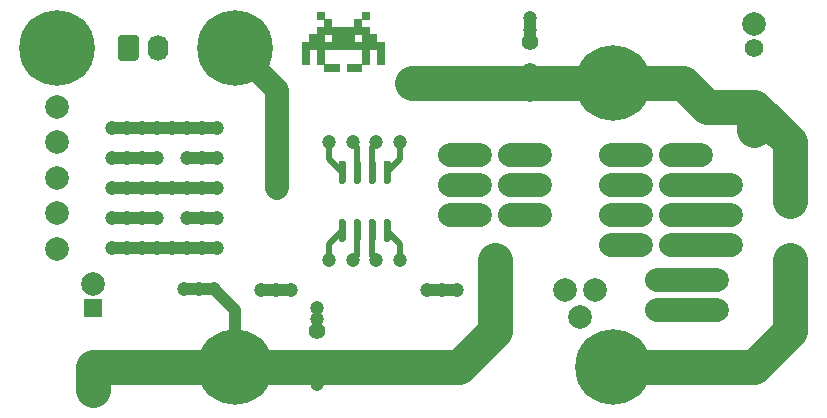
<source format=gbr>
%TF.GenerationSoftware,KiCad,Pcbnew,(5.1.9)-1*%
%TF.CreationDate,2021-06-06T22:36:32+02:00*%
%TF.ProjectId,Yarra_Experimenter,59617272-615f-4457-9870-6572696d656e,rev?*%
%TF.SameCoordinates,Original*%
%TF.FileFunction,Copper,L1,Top*%
%TF.FilePolarity,Positive*%
%FSLAX46Y46*%
G04 Gerber Fmt 4.6, Leading zero omitted, Abs format (unit mm)*
G04 Created by KiCad (PCBNEW (5.1.9)-1) date 2021-06-06 22:36:32*
%MOMM*%
%LPD*%
G01*
G04 APERTURE LIST*
%TA.AperFunction,ComponentPad*%
%ADD10C,1.200000*%
%TD*%
%TA.AperFunction,ComponentPad*%
%ADD11C,2.000000*%
%TD*%
%TA.AperFunction,SMDPad,CuDef*%
%ADD12R,0.635000X0.635000*%
%TD*%
%TA.AperFunction,ComponentPad*%
%ADD13C,1.400000*%
%TD*%
%TA.AperFunction,ComponentPad*%
%ADD14C,1.575000*%
%TD*%
%TA.AperFunction,ComponentPad*%
%ADD15R,1.575000X1.575000*%
%TD*%
%TA.AperFunction,ConnectorPad*%
%ADD16C,6.400000*%
%TD*%
%TA.AperFunction,ComponentPad*%
%ADD17C,3.600000*%
%TD*%
%TA.AperFunction,ComponentPad*%
%ADD18O,1.740000X2.190000*%
%TD*%
%TA.AperFunction,ViaPad*%
%ADD19C,0.500000*%
%TD*%
%TA.AperFunction,Conductor*%
%ADD20C,0.500000*%
%TD*%
%TA.AperFunction,Conductor*%
%ADD21C,1.000000*%
%TD*%
%TA.AperFunction,Conductor*%
%ADD22C,2.000000*%
%TD*%
%TA.AperFunction,Conductor*%
%ADD23C,3.000000*%
%TD*%
G04 APERTURE END LIST*
D10*
%TO.P,REF\u002A\u002A,1*%
%TO.N,GNDREF*%
X83790000Y-64500000D03*
%TD*%
%TO.P,REF\u002A\u002A,1*%
%TO.N,GNDREF*%
X82520000Y-64500000D03*
%TD*%
%TO.P,REF\u002A\u002A,1*%
%TO.N,GNDREF*%
X81250000Y-64500000D03*
%TD*%
%TO.P,REF\u002A\u002A,1*%
%TO.N,N/C*%
X71120000Y-53340000D03*
%TD*%
%TO.P,REF\u002A\u002A,1*%
%TO.N,N/C*%
X69850000Y-53340000D03*
%TD*%
%TO.P,REF\u002A\u002A,1*%
%TO.N,N/C*%
X68580000Y-53340000D03*
%TD*%
%TO.P,REF\u002A\u002A,1*%
%TO.N,N/C*%
X72390000Y-53340000D03*
%TD*%
%TO.P,REF\u002A\u002A,1*%
%TO.N,N/C*%
X76200000Y-53340000D03*
%TD*%
%TO.P,REF\u002A\u002A,1*%
%TO.N,N/C*%
X74930000Y-53340000D03*
%TD*%
%TO.P,REF\u002A\u002A,1*%
%TO.N,N/C*%
X77470000Y-53340000D03*
%TD*%
D11*
%TO.P,REF\u002A\u002A,1*%
%TO.N,GNDREF*%
X108204000Y-66802000D03*
%TD*%
D12*
%TO.P,REF\u002A\u002A,1*%
%TO.N,N/C*%
X86912500Y-45722500D03*
X87547500Y-45722500D03*
X88817500Y-45722500D03*
X89452500Y-45722500D03*
X90087500Y-45087500D03*
X90087500Y-44452500D03*
X86277500Y-45087500D03*
X86277500Y-44452500D03*
X85007500Y-45087500D03*
X85007500Y-44452500D03*
X91357500Y-45087500D03*
X91357500Y-44452500D03*
X91357500Y-43817500D03*
X90722500Y-43817500D03*
X90087500Y-43817500D03*
X89452500Y-43817500D03*
X88817500Y-43817500D03*
X88182500Y-43817500D03*
X87547500Y-43817500D03*
X86912500Y-43817500D03*
X86277500Y-43817500D03*
X85642500Y-43817500D03*
X85007500Y-43817500D03*
X86277500Y-41277500D03*
X90087500Y-41277500D03*
X89452500Y-41912500D03*
X86912500Y-41912500D03*
X90087500Y-42547500D03*
X89452500Y-42547500D03*
X88817500Y-42547500D03*
X88182500Y-42547500D03*
X87547500Y-42547500D03*
X86912500Y-42547500D03*
X86277500Y-42547500D03*
X85642500Y-43182500D03*
X86277500Y-43182500D03*
X90722500Y-43182500D03*
X90087500Y-43182500D03*
X87547500Y-43182500D03*
X88817500Y-43182500D03*
X88182500Y-43182500D03*
%TD*%
D10*
%TO.P,REF\u002A\u002A,1*%
%TO.N,Net-(C2-Pad1)*%
X77470000Y-60960000D03*
%TD*%
%TO.P,REF\u002A\u002A,1*%
%TO.N,Net-(C2-Pad1)*%
X76200000Y-60960000D03*
%TD*%
%TO.P,REF\u002A\u002A,1*%
%TO.N,Net-(C2-Pad1)*%
X74930000Y-60960000D03*
%TD*%
%TO.P,REF\u002A\u002A,1*%
%TO.N,Net-(C2-Pad1)*%
X73660000Y-60960000D03*
%TD*%
%TO.P,REF\u002A\u002A,1*%
%TO.N,Net-(C2-Pad1)*%
X72390000Y-60960000D03*
%TD*%
%TO.P,REF\u002A\u002A,1*%
%TO.N,Net-(C2-Pad1)*%
X71120000Y-60960000D03*
%TD*%
%TO.P,REF\u002A\u002A,1*%
%TO.N,Net-(C2-Pad1)*%
X69850000Y-60960000D03*
%TD*%
D11*
%TO.P,REF\u002A\u002A,1*%
%TO.N,Net-(C1-Pad2)*%
X91000000Y-71000000D03*
%TD*%
%TO.P,REF\u002A\u002A,1*%
%TO.N,N/C*%
X119856000Y-66167000D03*
%TD*%
%TO.P,REF\u002A\u002A,1*%
%TO.N,N/C*%
X119856000Y-63627000D03*
%TD*%
%TO.P,REF\u002A\u002A,1*%
%TO.N,N/C*%
X120999000Y-60706000D03*
%TD*%
%TO.P,REF\u002A\u002A,1*%
%TO.N,N/C*%
X120999000Y-55626000D03*
%TD*%
%TO.P,REF\u002A\u002A,1*%
%TO.N,N/C*%
X120999000Y-58166000D03*
%TD*%
%TO.P,REF\u002A\u002A,1*%
%TO.N,N/C*%
X114776000Y-66167000D03*
%TD*%
%TO.P,REF\u002A\u002A,1*%
%TO.N,N/C*%
X117316000Y-66167000D03*
%TD*%
%TO.P,REF\u002A\u002A,1*%
%TO.N,GNDREF*%
X109506000Y-64516000D03*
%TD*%
%TO.P,REF\u002A\u002A,1*%
%TO.N,N/C*%
X114776000Y-63627000D03*
%TD*%
%TO.P,REF\u002A\u002A,1*%
%TO.N,N/C*%
X117316000Y-63627000D03*
%TD*%
%TO.P,REF\u002A\u002A,1*%
%TO.N,N/C*%
X113379000Y-60706000D03*
%TD*%
%TO.P,REF\u002A\u002A,1*%
%TO.N,N/C*%
X115919000Y-60706000D03*
%TD*%
%TO.P,REF\u002A\u002A,1*%
%TO.N,N/C*%
X118459000Y-60706000D03*
%TD*%
%TO.P,REF\u002A\u002A,1*%
%TO.N,N/C*%
X113379000Y-58166000D03*
%TD*%
%TO.P,REF\u002A\u002A,1*%
%TO.N,N/C*%
X115919000Y-58166000D03*
%TD*%
%TO.P,REF\u002A\u002A,1*%
%TO.N,N/C*%
X118459000Y-58166000D03*
%TD*%
%TO.P,REF\u002A\u002A,1*%
%TO.N,N/C*%
X113379000Y-55626000D03*
%TD*%
%TO.P,REF\u002A\u002A,1*%
%TO.N,N/C*%
X115919000Y-55626000D03*
%TD*%
%TO.P,REF\u002A\u002A,1*%
%TO.N,N/C*%
X118459000Y-55626000D03*
%TD*%
%TO.P,REF\u002A\u002A,1*%
%TO.N,N/C*%
X104870000Y-53086000D03*
%TD*%
%TO.P,REF\u002A\u002A,1*%
%TO.N,N/C*%
X104870000Y-58166000D03*
%TD*%
%TO.P,REF\u002A\u002A,1*%
%TO.N,N/C*%
X104870000Y-55626000D03*
%TD*%
%TO.P,REF\u002A\u002A,1*%
%TO.N,N/C*%
X102330000Y-53086000D03*
%TD*%
%TO.P,REF\u002A\u002A,1*%
%TO.N,N/C*%
X102330000Y-58166000D03*
%TD*%
%TO.P,REF\u002A\u002A,1*%
%TO.N,N/C*%
X102330000Y-55626000D03*
%TD*%
%TO.P,REF\u002A\u002A,1*%
%TO.N,N/C*%
X99790000Y-53086000D03*
%TD*%
%TO.P,REF\u002A\u002A,1*%
%TO.N,N/C*%
X99790000Y-55626000D03*
%TD*%
%TO.P,REF\u002A\u002A,1*%
%TO.N,N/C*%
X99790000Y-58166000D03*
%TD*%
%TO.P,REF\u002A\u002A,1*%
%TO.N,N/C*%
X118459000Y-53086000D03*
%TD*%
%TO.P,REF\u002A\u002A,1*%
%TO.N,N/C*%
X115919000Y-53086000D03*
%TD*%
%TO.P,REF\u002A\u002A,1*%
%TO.N,N/C*%
X113379000Y-53086000D03*
%TD*%
%TO.P,REF\u002A\u002A,1*%
%TO.N,N/C*%
X110839000Y-53086000D03*
%TD*%
%TO.P,REF\u002A\u002A,1*%
%TO.N,GNDREF*%
X106966000Y-64516000D03*
%TD*%
%TO.P,REF\u002A\u002A,1*%
%TO.N,N/C*%
X110839000Y-60706000D03*
%TD*%
%TO.P,REF\u002A\u002A,1*%
%TO.N,N/C*%
X110839000Y-58166000D03*
%TD*%
%TO.P,REF\u002A\u002A,1*%
%TO.N,N/C*%
X110839000Y-55626000D03*
%TD*%
%TO.P,REF\u002A\u002A,1*%
%TO.N,N/C*%
X97250000Y-58166000D03*
%TD*%
%TO.P,REF\u002A\u002A,1*%
%TO.N,N/C*%
X97250000Y-55626000D03*
%TD*%
%TO.P,REF\u002A\u002A,1*%
%TO.N,N/C*%
X97250000Y-53086000D03*
%TD*%
D10*
%TO.P,REF\u002A\u002A,1*%
%TO.N,N/C*%
X77470000Y-58420000D03*
%TD*%
%TO.P,REF\u002A\u002A,1*%
%TO.N,N/C*%
X71120000Y-55880000D03*
%TD*%
%TO.P,REF\u002A\u002A,1*%
%TO.N,N/C*%
X71120000Y-50800000D03*
%TD*%
%TO.P,REF\u002A\u002A,1*%
%TO.N,N/C*%
X68580000Y-50800000D03*
%TD*%
%TO.P,REF\u002A\u002A,1*%
%TO.N,N/C*%
X68580000Y-50800000D03*
%TD*%
%TO.P,REF\u002A\u002A,1*%
%TO.N,N/C*%
X69850000Y-50800000D03*
%TD*%
%TO.P,REF\u002A\u002A,1*%
%TO.N,N/C*%
X69850000Y-50800000D03*
%TD*%
%TO.P,REF\u002A\u002A,1*%
%TO.N,N/C*%
X68580000Y-55880000D03*
%TD*%
%TO.P,REF\u002A\u002A,1*%
%TO.N,N/C*%
X68580000Y-55880000D03*
%TD*%
%TO.P,REF\u002A\u002A,1*%
%TO.N,N/C*%
X69850000Y-55880000D03*
%TD*%
%TO.P,REF\u002A\u002A,1*%
%TO.N,N/C*%
X69850000Y-55880000D03*
%TD*%
%TO.P,REF\u002A\u002A,1*%
%TO.N,Net-(C2-Pad1)*%
X68580000Y-60960000D03*
%TD*%
%TO.P,REF\u002A\u002A,1*%
%TO.N,GNDREF*%
X96520000Y-64500000D03*
%TD*%
%TO.P,REF\u002A\u002A,1*%
%TO.N,GNDREF*%
X97790000Y-64500000D03*
%TD*%
%TO.P,REF\u002A\u002A,1*%
%TO.N,GNDREF*%
X95250000Y-64500000D03*
%TD*%
%TO.P,REF\u002A\u002A,1*%
%TO.N,Net-(C1-Pad2)*%
X74680000Y-64460000D03*
%TD*%
%TO.P,REF\u002A\u002A,1*%
%TO.N,Net-(C1-Pad2)*%
X77220000Y-64460000D03*
%TD*%
%TO.P,REF\u002A\u002A,1*%
%TO.N,Net-(C1-Pad2)*%
X75950000Y-64460000D03*
%TD*%
%TO.P,REF\u002A\u002A,1*%
%TO.N,N/C*%
X68580000Y-58420000D03*
%TD*%
%TO.P,REF\u002A\u002A,1*%
%TO.N,N/C*%
X71120000Y-58420000D03*
%TD*%
%TO.P,REF\u002A\u002A,1*%
%TO.N,N/C*%
X69850000Y-58420000D03*
%TD*%
%TO.P,REF\u002A\u002A,1*%
%TO.N,N/C*%
X76200000Y-58420000D03*
%TD*%
%TO.P,REF\u002A\u002A,1*%
%TO.N,N/C*%
X74930000Y-58420000D03*
%TD*%
%TO.P,REF\u002A\u002A,1*%
%TO.N,N/C*%
X72390000Y-58420000D03*
%TD*%
%TO.P,REF\u002A\u002A,1*%
%TO.N,N/C*%
X77470000Y-50800000D03*
%TD*%
%TO.P,REF\u002A\u002A,1*%
%TO.N,N/C*%
X76200000Y-50800000D03*
%TD*%
%TO.P,REF\u002A\u002A,1*%
%TO.N,N/C*%
X73660000Y-50800000D03*
%TD*%
%TO.P,REF\u002A\u002A,1*%
%TO.N,N/C*%
X72390000Y-50800000D03*
%TD*%
%TO.P,REF\u002A\u002A,1*%
%TO.N,N/C*%
X74930000Y-50800000D03*
%TD*%
%TO.P,REF\u002A\u002A,1*%
%TO.N,Net-(H3-Pad1)*%
X82550000Y-55880000D03*
%TD*%
%TO.P,REF\u002A\u002A,1*%
%TO.N,Net-(H3-Pad1)*%
X82550000Y-50800000D03*
%TD*%
%TO.P,REF\u002A\u002A,1*%
%TO.N,Net-(H3-Pad1)*%
X82550000Y-53340000D03*
%TD*%
D11*
%TO.P,REF\u002A\u002A,1*%
%TO.N,Net-(C2-Pad1)*%
X100000000Y-47000000D03*
%TD*%
%TO.P,REF\u002A\u002A,1*%
%TO.N,Net-(C2-Pad1)*%
X97000000Y-47000000D03*
%TD*%
%TO.P,REF\u002A\u002A,1*%
%TO.N,Net-(C2-Pad1)*%
X94000000Y-47000000D03*
%TD*%
D10*
%TO.P,REF\u002A\u002A,1*%
%TO.N,N/C*%
X77470000Y-55880000D03*
%TD*%
%TO.P,REF\u002A\u002A,1*%
%TO.N,N/C*%
X76200000Y-55880000D03*
%TD*%
%TO.P,REF\u002A\u002A,1*%
%TO.N,N/C*%
X72390000Y-55880000D03*
%TD*%
D11*
%TO.P,REF\u002A\u002A,1*%
%TO.N,GNDREF*%
X64000000Y-61000000D03*
%TD*%
%TO.P,REF\u002A\u002A,1*%
%TO.N,GNDREF*%
X64000000Y-58000000D03*
%TD*%
%TO.P,REF\u002A\u002A,1*%
%TO.N,GNDREF*%
X64000000Y-52000000D03*
%TD*%
%TO.P,REF\u002A\u002A,1*%
%TO.N,GNDREF*%
X64000000Y-55000000D03*
%TD*%
%TO.P,REF\u002A\u002A,1*%
%TO.N,GNDREF*%
X64000000Y-49000000D03*
%TD*%
%TO.P,REF\u002A\u002A,1*%
%TO.N,Net-(C1-Pad2)*%
X95000000Y-71000000D03*
%TD*%
%TO.P,REF\u002A\u002A,1*%
%TO.N,Net-(C1-Pad2)*%
X101000000Y-62000000D03*
%TD*%
%TO.P,REF\u002A\u002A,1*%
%TO.N,Net-(C1-Pad2)*%
X101000000Y-68000000D03*
%TD*%
%TO.P,REF\u002A\u002A,1*%
%TO.N,Net-(C1-Pad2)*%
X101000000Y-64500000D03*
%TD*%
D10*
%TO.P,REF\u002A\u002A,1*%
%TO.N,Net-(C2-Pad1)*%
X104000000Y-48000000D03*
%TD*%
%TO.P,REF\u002A\u002A,1*%
%TO.N,Net-(C2-Pad1)*%
X104000000Y-47000000D03*
%TD*%
%TO.P,REF\u002A\u002A,1*%
%TO.N,GNDREF*%
X104000000Y-41500000D03*
%TD*%
%TO.P,REF\u002A\u002A,1*%
%TO.N,GNDREF*%
X104000000Y-42500000D03*
%TD*%
D13*
%TO.P,C4,2*%
%TO.N,GNDREF*%
X104000000Y-43500000D03*
%TO.P,C4,1*%
%TO.N,Net-(C2-Pad1)*%
X104000000Y-46000000D03*
%TD*%
%TO.P,C3,2*%
%TO.N,GNDREF*%
X86000000Y-68000000D03*
%TO.P,C3,1*%
%TO.N,Net-(C1-Pad2)*%
X86000000Y-70500000D03*
%TD*%
D11*
%TO.P,REF\u002A\u002A,1*%
%TO.N,GNDREF*%
X123000000Y-42000000D03*
%TD*%
D10*
%TO.P,REF\u002A\u002A,1*%
%TO.N,N/C*%
X73660000Y-55880000D03*
%TD*%
%TO.P,REF\u002A\u002A,1*%
%TO.N,N/C*%
X74930000Y-55880000D03*
%TD*%
D14*
%TO.P,C1,2*%
%TO.N,Net-(C1-Pad2)*%
X67000000Y-71000000D03*
D15*
%TO.P,C1,1*%
%TO.N,GNDREF*%
X67000000Y-66000000D03*
%TD*%
D14*
%TO.P,C2,2*%
%TO.N,GNDREF*%
X123000000Y-44000000D03*
D15*
%TO.P,C2,1*%
%TO.N,Net-(C2-Pad1)*%
X123000000Y-49000000D03*
%TD*%
D10*
%TO.P,REF\u002A\u002A,1*%
%TO.N,N/C*%
X93000000Y-62000000D03*
%TD*%
%TO.P,REF\u002A\u002A,1*%
%TO.N,N/C*%
X91000000Y-62000000D03*
%TD*%
%TO.P,REF\u002A\u002A,1*%
%TO.N,N/C*%
X89000000Y-62000000D03*
%TD*%
%TO.P,REF\u002A\u002A,1*%
%TO.N,N/C*%
X87000000Y-62000000D03*
%TD*%
%TO.P,REF\u002A\u002A,1*%
%TO.N,N/C*%
X93000000Y-52000000D03*
%TD*%
%TO.P,REF\u002A\u002A,1*%
%TO.N,N/C*%
X91000000Y-52000000D03*
%TD*%
%TO.P,REF\u002A\u002A,1*%
%TO.N,N/C*%
X89000000Y-52000000D03*
%TD*%
%TO.P,REF\u002A\u002A,1*%
%TO.N,N/C*%
X87000000Y-52000000D03*
%TD*%
%TO.P,SOIC-8,8*%
%TO.N,N/C*%
%TA.AperFunction,SMDPad,CuDef*%
G36*
G01*
X88245000Y-55500000D02*
X87945000Y-55500000D01*
G75*
G02*
X87795000Y-55350000I0J150000D01*
G01*
X87795000Y-53700000D01*
G75*
G02*
X87945000Y-53550000I150000J0D01*
G01*
X88245000Y-53550000D01*
G75*
G02*
X88395000Y-53700000I0J-150000D01*
G01*
X88395000Y-55350000D01*
G75*
G02*
X88245000Y-55500000I-150000J0D01*
G01*
G37*
%TD.AperFunction*%
%TO.P,SOIC-8,7*%
%TA.AperFunction,SMDPad,CuDef*%
G36*
G01*
X89515000Y-55500000D02*
X89215000Y-55500000D01*
G75*
G02*
X89065000Y-55350000I0J150000D01*
G01*
X89065000Y-53700000D01*
G75*
G02*
X89215000Y-53550000I150000J0D01*
G01*
X89515000Y-53550000D01*
G75*
G02*
X89665000Y-53700000I0J-150000D01*
G01*
X89665000Y-55350000D01*
G75*
G02*
X89515000Y-55500000I-150000J0D01*
G01*
G37*
%TD.AperFunction*%
%TO.P,SOIC-8,6*%
%TA.AperFunction,SMDPad,CuDef*%
G36*
G01*
X90785000Y-55500000D02*
X90485000Y-55500000D01*
G75*
G02*
X90335000Y-55350000I0J150000D01*
G01*
X90335000Y-53700000D01*
G75*
G02*
X90485000Y-53550000I150000J0D01*
G01*
X90785000Y-53550000D01*
G75*
G02*
X90935000Y-53700000I0J-150000D01*
G01*
X90935000Y-55350000D01*
G75*
G02*
X90785000Y-55500000I-150000J0D01*
G01*
G37*
%TD.AperFunction*%
%TO.P,SOIC-8,5*%
%TA.AperFunction,SMDPad,CuDef*%
G36*
G01*
X92055000Y-55500000D02*
X91755000Y-55500000D01*
G75*
G02*
X91605000Y-55350000I0J150000D01*
G01*
X91605000Y-53700000D01*
G75*
G02*
X91755000Y-53550000I150000J0D01*
G01*
X92055000Y-53550000D01*
G75*
G02*
X92205000Y-53700000I0J-150000D01*
G01*
X92205000Y-55350000D01*
G75*
G02*
X92055000Y-55500000I-150000J0D01*
G01*
G37*
%TD.AperFunction*%
%TO.P,SOIC-8,4*%
%TA.AperFunction,SMDPad,CuDef*%
G36*
G01*
X92055000Y-60450000D02*
X91755000Y-60450000D01*
G75*
G02*
X91605000Y-60300000I0J150000D01*
G01*
X91605000Y-58650000D01*
G75*
G02*
X91755000Y-58500000I150000J0D01*
G01*
X92055000Y-58500000D01*
G75*
G02*
X92205000Y-58650000I0J-150000D01*
G01*
X92205000Y-60300000D01*
G75*
G02*
X92055000Y-60450000I-150000J0D01*
G01*
G37*
%TD.AperFunction*%
%TO.P,SOIC-8,3*%
%TA.AperFunction,SMDPad,CuDef*%
G36*
G01*
X90785000Y-60450000D02*
X90485000Y-60450000D01*
G75*
G02*
X90335000Y-60300000I0J150000D01*
G01*
X90335000Y-58650000D01*
G75*
G02*
X90485000Y-58500000I150000J0D01*
G01*
X90785000Y-58500000D01*
G75*
G02*
X90935000Y-58650000I0J-150000D01*
G01*
X90935000Y-60300000D01*
G75*
G02*
X90785000Y-60450000I-150000J0D01*
G01*
G37*
%TD.AperFunction*%
%TO.P,SOIC-8,2*%
%TA.AperFunction,SMDPad,CuDef*%
G36*
G01*
X89515000Y-60450000D02*
X89215000Y-60450000D01*
G75*
G02*
X89065000Y-60300000I0J150000D01*
G01*
X89065000Y-58650000D01*
G75*
G02*
X89215000Y-58500000I150000J0D01*
G01*
X89515000Y-58500000D01*
G75*
G02*
X89665000Y-58650000I0J-150000D01*
G01*
X89665000Y-60300000D01*
G75*
G02*
X89515000Y-60450000I-150000J0D01*
G01*
G37*
%TD.AperFunction*%
%TO.P,SOIC-8,1*%
%TA.AperFunction,SMDPad,CuDef*%
G36*
G01*
X88245000Y-60450000D02*
X87945000Y-60450000D01*
G75*
G02*
X87795000Y-60300000I0J150000D01*
G01*
X87795000Y-58650000D01*
G75*
G02*
X87945000Y-58500000I150000J0D01*
G01*
X88245000Y-58500000D01*
G75*
G02*
X88395000Y-58650000I0J-150000D01*
G01*
X88395000Y-60300000D01*
G75*
G02*
X88245000Y-60450000I-150000J0D01*
G01*
G37*
%TD.AperFunction*%
%TD*%
D11*
%TO.P,REF\u002A\u002A,1*%
%TO.N,Net-(H4-Pad1)*%
X118000000Y-71000000D03*
%TD*%
%TO.P,REF\u002A\u002A,1*%
%TO.N,Net-(H4-Pad1)*%
X126000000Y-62000000D03*
%TD*%
%TO.P,REF\u002A\u002A,1*%
%TO.N,Net-(H4-Pad1)*%
X122000000Y-71000000D03*
%TD*%
%TO.P,REF\u002A\u002A,1*%
%TO.N,Net-(C2-Pad1)*%
X123000000Y-51000000D03*
%TD*%
%TO.P,REF\u002A\u002A,1*%
%TO.N,Net-(C1-Pad2)*%
X67000000Y-73000000D03*
%TD*%
%TO.P,REF\u002A\u002A,1*%
%TO.N,GNDREF*%
X67000000Y-64000000D03*
%TD*%
%TO.P,REF\u002A\u002A,1*%
%TO.N,Net-(H4-Pad1)*%
X126000000Y-68000000D03*
%TD*%
%TO.P,REF\u002A\u002A,1*%
%TO.N,Net-(C2-Pad1)*%
X126000000Y-54000000D03*
%TD*%
%TO.P,REF\u002A\u002A,1*%
%TO.N,Net-(C2-Pad1)*%
X126000000Y-57000000D03*
%TD*%
D10*
%TO.P,REF\u002A\u002A,1*%
%TO.N,Net-(C1-Pad2)*%
X86000000Y-71500000D03*
%TD*%
%TO.P,REF\u002A\u002A,1*%
%TO.N,Net-(C1-Pad2)*%
X86000000Y-72500000D03*
%TD*%
%TO.P,REF\u002A\u002A,1*%
%TO.N,GNDREF*%
X86000000Y-66000000D03*
%TD*%
%TO.P,REF\u002A\u002A,1*%
%TO.N,GNDREF*%
X86000000Y-67000000D03*
%TD*%
D16*
%TO.P,H5,1*%
%TO.N,GNDREF*%
X64000000Y-44000000D03*
D17*
X64000000Y-44000000D03*
%TD*%
D16*
%TO.P,H1,1*%
%TO.N,Net-(C2-Pad1)*%
X111000000Y-47000000D03*
D17*
X111000000Y-47000000D03*
%TD*%
D16*
%TO.P,H2,1*%
%TO.N,Net-(C1-Pad2)*%
X79000000Y-71000000D03*
D17*
X79000000Y-71000000D03*
%TD*%
D16*
%TO.P,H3,1*%
%TO.N,Net-(H3-Pad1)*%
X79000000Y-44000000D03*
D17*
X79000000Y-44000000D03*
%TD*%
D16*
%TO.P,H4,1*%
%TO.N,Net-(H4-Pad1)*%
X111000000Y-71000000D03*
D17*
X111000000Y-71000000D03*
%TD*%
D18*
%TO.P,GND,2*%
%TO.N,GNDREF*%
X72540000Y-44000000D03*
%TO.P,GND,1*%
%TA.AperFunction,ComponentPad*%
G36*
G01*
X69130000Y-44845001D02*
X69130000Y-43154999D01*
G75*
G02*
X69379999Y-42905000I249999J0D01*
G01*
X70620001Y-42905000D01*
G75*
G02*
X70870000Y-43154999I0J-249999D01*
G01*
X70870000Y-44845001D01*
G75*
G02*
X70620001Y-45095000I-249999J0D01*
G01*
X69379999Y-45095000D01*
G75*
G02*
X69130000Y-44845001I0J249999D01*
G01*
G37*
%TD.AperFunction*%
%TD*%
D19*
%TO.N,Net-(H3-Pad1)*%
X79000000Y-46600000D03*
X81500000Y-43900000D03*
X76400000Y-43900000D03*
X79000000Y-41400000D03*
X77300000Y-42100000D03*
X80700000Y-42000000D03*
X80800000Y-45900000D03*
X77200000Y-45900000D03*
%TO.N,Net-(H4-Pad1)*%
X111000000Y-68300000D03*
X111000000Y-73600000D03*
X113600000Y-70900000D03*
X108500000Y-70900000D03*
X109300000Y-69000000D03*
X112800000Y-69000000D03*
X113000000Y-72800000D03*
X109200000Y-72800000D03*
%TO.N,GNDREF*%
X64100000Y-41400000D03*
X64000000Y-46600000D03*
X66600000Y-44000000D03*
X61400000Y-44000000D03*
X62100000Y-42300000D03*
X65800000Y-42100000D03*
X65800000Y-45800000D03*
X62300000Y-46000000D03*
%TO.N,Net-(C1-Pad2)*%
X86400000Y-72500000D03*
X79000000Y-73600000D03*
X79100000Y-68400000D03*
X80800000Y-69200000D03*
X77300000Y-69100000D03*
X80700000Y-73000000D03*
X81500000Y-71000000D03*
X76500000Y-71000000D03*
X77500000Y-73000000D03*
%TO.N,Net-(C2-Pad1)*%
X111000000Y-44400000D03*
X111000000Y-49600000D03*
X113600000Y-46900000D03*
X108400000Y-46900000D03*
X109200000Y-45200000D03*
X112800000Y-45100000D03*
X113000000Y-48700000D03*
X109300000Y-48900000D03*
%TD*%
D20*
%TO.N,*%
X88095000Y-54525000D02*
X87000000Y-53430000D01*
X87000000Y-53430000D02*
X87000000Y-52000000D01*
X89365000Y-52365000D02*
X89000000Y-52000000D01*
X89365000Y-54525000D02*
X89365000Y-52365000D01*
X90635000Y-52365000D02*
X91000000Y-52000000D01*
X90635000Y-54525000D02*
X90635000Y-52365000D01*
X91905000Y-54525000D02*
X93000000Y-53430000D01*
X93000000Y-53430000D02*
X93000000Y-52000000D01*
X88095000Y-59475000D02*
X87000000Y-60570000D01*
X87000000Y-60570000D02*
X87000000Y-62000000D01*
X91905000Y-59475000D02*
X93000000Y-60570000D01*
X93000000Y-60570000D02*
X93000000Y-62000000D01*
X90635000Y-61635000D02*
X91000000Y-62000000D01*
X90635000Y-59475000D02*
X90635000Y-61635000D01*
X89365000Y-61635000D02*
X89000000Y-62000000D01*
X89365000Y-59475000D02*
X89365000Y-61635000D01*
D21*
X68580000Y-55880000D02*
X77470000Y-55880000D01*
X68580000Y-50800000D02*
X77470000Y-50800000D01*
%TO.N,GNDREF*%
X95250000Y-64500000D02*
X97790000Y-64500000D01*
%TO.N,*%
X68580000Y-58420000D02*
X72390000Y-58420000D01*
X74930000Y-58420000D02*
X77470000Y-58420000D01*
D22*
X97250000Y-53086000D02*
X99790000Y-53086000D01*
X102330000Y-53086000D02*
X104870000Y-53086000D01*
X102330000Y-55626000D02*
X104870000Y-55626000D01*
X97250000Y-55626000D02*
X99790000Y-55626000D01*
X97250000Y-58166000D02*
X99790000Y-58166000D01*
X102330000Y-58166000D02*
X104870000Y-58166000D01*
X110839000Y-53086000D02*
X113379000Y-53086000D01*
X110839000Y-55626000D02*
X113379000Y-55626000D01*
X110839000Y-58166000D02*
X113379000Y-58166000D01*
X110839000Y-60706000D02*
X113379000Y-60706000D01*
X118459000Y-55626000D02*
X120999000Y-55626000D01*
X118459000Y-58166000D02*
X120999000Y-58166000D01*
X118459000Y-60706000D02*
X120999000Y-60706000D01*
X117316000Y-63627000D02*
X119856000Y-63627000D01*
X117316000Y-66167000D02*
X119126000Y-66167000D01*
X119126000Y-66167000D02*
X119856000Y-66167000D01*
X115919000Y-55626000D02*
X118459000Y-55626000D01*
X115919000Y-58166000D02*
X118459000Y-58166000D01*
X115919000Y-60706000D02*
X118459000Y-60706000D01*
X114776000Y-63627000D02*
X117316000Y-63627000D01*
X114776000Y-66167000D02*
X117316000Y-66167000D01*
X118459000Y-53086000D02*
X115919000Y-53086000D01*
D21*
X74930000Y-53340000D02*
X77470000Y-53340000D01*
X68580000Y-53340000D02*
X72390000Y-53340000D01*
D22*
%TO.N,Net-(H3-Pad1)*%
X79000000Y-44000000D02*
X82550000Y-47550000D01*
X82550000Y-47550000D02*
X82550000Y-55880000D01*
D23*
%TO.N,Net-(H4-Pad1)*%
X111000000Y-71000000D02*
X118000000Y-71000000D01*
X118000000Y-71000000D02*
X121799992Y-71000000D01*
X123000000Y-71000000D02*
X126000000Y-68000000D01*
X122000000Y-71000000D02*
X123000000Y-71000000D01*
X126000000Y-68000000D02*
X126000000Y-62000000D01*
D21*
%TO.N,GNDREF*%
X104000000Y-41500000D02*
X104000000Y-43500000D01*
X81250000Y-64500000D02*
X83790000Y-64500000D01*
D23*
%TO.N,Net-(C1-Pad2)*%
X67000000Y-71000000D02*
X70000000Y-71000000D01*
X74000000Y-71000000D02*
X67000000Y-71000000D01*
X79000000Y-71000000D02*
X74000000Y-71000000D01*
X98000000Y-71000000D02*
X90000000Y-71000000D01*
X101000000Y-68000000D02*
X98000000Y-71000000D01*
X101000000Y-62000000D02*
X101000000Y-68000000D01*
X67000000Y-71000000D02*
X67000000Y-73000000D01*
X83500000Y-71000000D02*
X79000000Y-71000000D01*
X90000000Y-71000000D02*
X83500000Y-71000000D01*
D21*
X79000000Y-71000000D02*
X79000000Y-66760000D01*
X74680000Y-64460000D02*
X77220000Y-64460000D01*
X79000000Y-66240000D02*
X79000000Y-66760000D01*
X77220000Y-64460000D02*
X79000000Y-66240000D01*
D23*
%TO.N,Net-(C2-Pad1)*%
X126000000Y-52000000D02*
X126000000Y-57000000D01*
D21*
X68580000Y-60960000D02*
X77470000Y-60960000D01*
D23*
X123000000Y-49000000D02*
X119000000Y-49000000D01*
X119000000Y-49000000D02*
X117000000Y-47000000D01*
X117000000Y-47000000D02*
X108000000Y-47000000D01*
X123000000Y-49000000D02*
X126000000Y-52000000D01*
X123000000Y-49000000D02*
X123000000Y-51000000D01*
X94000000Y-47000000D02*
X110000000Y-47000000D01*
%TD*%
M02*

</source>
